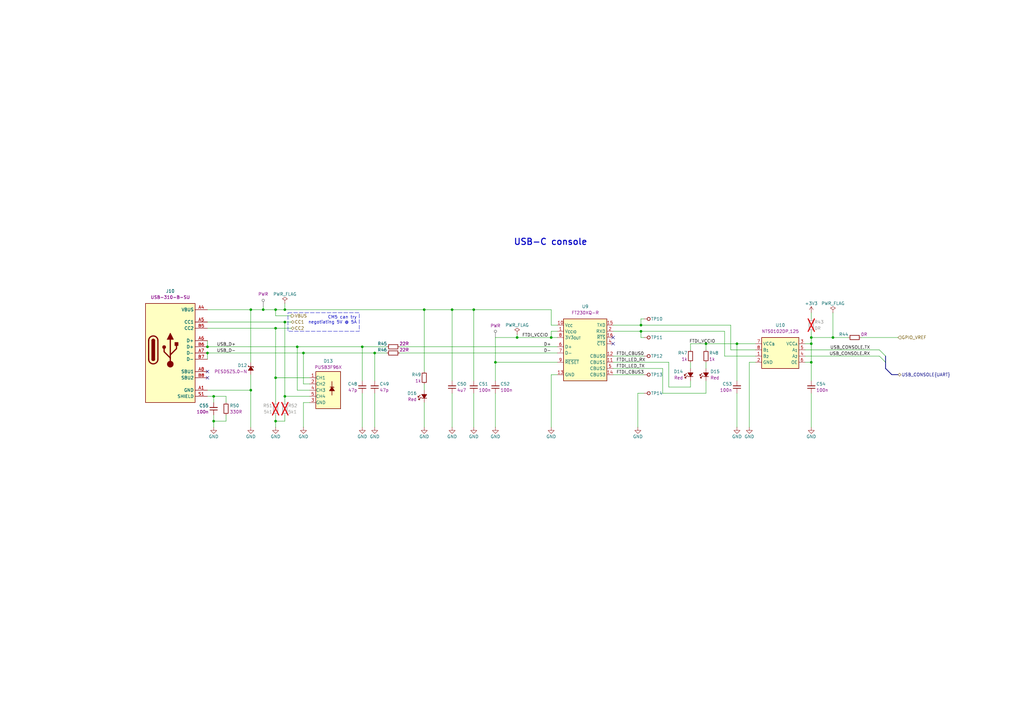
<source format=kicad_sch>
(kicad_sch (version 20250114) (generator "eeschema") (generator_version "9.0")
  (paper "A3")
  (title_block (title "ModuCard CM5 module") (date "2025-07-05") (rev "1.0.0") (company "KoNaR") (comment 1 "Project author: Dominik Pluta"))
  (lib_symbols
    (symbol "C-100n-0402_1" (pin_numbers (hide yes)) (pin_names (hide yes))
      (property "Reference" "C" (at 12.7 0 0))
      (property "Val" "100n" (at 12.7 -20.32 0))
      (symbol "C-100n-0402_1_0_1"
        (polyline (pts (xy 2.032 -1.524) (xy 2.032 1.524)) (stroke (width 0.3048)))
        (polyline (pts (xy 3.048 -1.524) (xy 3.048 1.524)) (stroke (width 0.3302)))
      )
      (symbol "C-100n-0402_1_1_1"
        (pin passive line (at 0 0 0) (length 2.032) (name "~") (number "1"))
        (pin passive line (at 5.08 0 180) (length 2.032) (name "~") (number "2"))
      )
    )
    (symbol "DW-ICs:FT230XQ-R"
      (property "Reference" "U" (at 35.56 0 0))
      (property "MPN" "FT230XQ-R" (at 35.56 -15.24 0))
      (symbol "FT230XQ-R_1_1"
        (rectangle (start 2.54 2.54) (end 20.32 -22.86) (stroke (width 0.254)) (fill (type background)))
        (pin power_in line (at 0 0 0) (length 2.54) (name "V_{CC}") (number "10"))
        (pin power_in line (at 0 -2.54 0) (length 2.54) (name "V_{CCIO}") (number "1"))
        (pin passive line (at 0 -5.08 0) (length 2.54) (name "3V3_{OUT}") (number "8"))
        (pin input line (at 0 -8.89 0) (length 2.54) (name "D+") (number "6"))
        (pin input line (at 0 -11.43 0) (length 2.54) (name "D-") (number "7"))
        (pin input line (at 0 -15.24 0) (length 2.54) (name "~{RESET}") (number "9"))
        (pin power_in line (at 0 -20.32 0) (length 2.54) (name "GND") (number "13"))
        (pin passive line (at 0 -20.32 0) (length 2.54) (hide yes) (name "GND") (number "17"))
        (pin passive line (at 0 -20.32 0) (length 2.54) (hide yes) (name "GND") (number "3"))
        (pin output line (at 22.86 0 180) (length 2.54) (name "TXD") (number "15"))
        (pin input line (at 22.86 -2.54 180) (length 2.54) (name "RXD") (number "2"))
        (pin output line (at 22.86 -5.08 180) (length 2.54) (name "~{RTS}") (number "16"))
        (pin input line (at 22.86 -7.62 180) (length 2.54) (name "~{CTS}") (number "4"))
        (pin bidirectional line (at 22.86 -12.7 180) (length 2.54) (name "CBUS0") (number "12"))
        (pin bidirectional line (at 22.86 -15.24 180) (length 2.54) (name "CBUS1") (number "11"))
        (pin bidirectional line (at 22.86 -17.78 180) (length 2.54) (name "CBUS2") (number "5"))
        (pin bidirectional line (at 22.86 -20.32 180) (length 2.54) (name "CBUS3") (number "14"))
      )
    )
    (symbol "DW-ICs:NTS0102DP"
      (property "Reference" "U" (at 31.75 0 0))
      (property "MPN" "NTS0102DP,125" (at 31.75 -15.24 0))
      (symbol "NTS0102DP_1_1"
        (rectangle (start 2.54 2.54) (end 17.78 -10.16) (stroke (width 0.254)) (fill (type background)))
        (pin power_in line (at 0 0 0) (length 2.54) (name "VCC_{A}") (number "3"))
        (pin bidirectional line (at 0 -2.54 0) (length 2.54) (name "A_{1}") (number "5"))
        (pin bidirectional line (at 0 -5.08 0) (length 2.54) (name "A_{2}") (number "4"))
        (pin input line (at 0 -7.62 0) (length 2.54) (name "OE") (number "6"))
        (pin power_in line (at 20.32 0 180) (length 2.54) (name "VCC_{B}") (number "7"))
        (pin bidirectional line (at 20.32 -2.54 180) (length 2.54) (name "B_{1}") (number "8"))
        (pin bidirectional line (at 20.32 -5.08 180) (length 2.54) (name "B_{2}") (number "1"))
        (pin power_in line (at 20.32 -7.62 180) (length 2.54) (name "GND") (number "2"))
      )
    )
    (symbol "DW-TVS:PESD5Z5" (pin_numbers (hide yes)) (pin_names (offset 0.002) (hide yes))
      (property "Reference" "D" (at 12.7 0 0))
      (property "MPN" "PESD5Z5.0-N" (at 12.7 -15.24 0))
      (symbol "PESD5Z5_0_1"
        (polyline (pts (xy 1.905 0) (xy 0.635 0)))
        (polyline (pts (xy 4.445 0) (xy 3.175 0)))
      )
      (symbol "PESD5Z5_1_1"
        (polyline (pts (xy 1.778 1.016) (xy 1.397 1.016)) (stroke (width 0.254)))
        (polyline (pts (xy 1.778 1.016) (xy 1.778 -1.016)) (stroke (width 0.254)))
        (polyline (pts (xy 2.159 -1.016) (xy 1.778 -1.016)) (stroke (width 0.254)))
        (polyline (pts (xy 3.302 1.016) (xy 3.302 -1.016) (xy 1.778 0) (xy 3.302 1.016)) (stroke (width 0.254)) (fill (type outline)))
        (pin passive line (at 0 0 0) (length 0.635) (name "C") (number "1"))
        (pin passive line (at 5.08 0 180) (length 0.635) (name "A") (number "2"))
      )
    )
    (symbol "DW-TVS:PUSB3F96X" (pin_names (offset 0.002))
      (property "Reference" "D" (at 15.24 0 0))
      (property "MPN" "PUSB3F96X" (at 15.24 -15.24 0))
      (symbol "PUSB3F96X_1_1"
        (rectangle (start 2.54 -12.7) (end 12.7 2.54) (stroke (width 0.254)) (fill (type background)))
        (polyline (pts (xy 8.382 -3.81) (xy 9.906 -3.81) (xy 9.906 -4.064)) (stroke (width 0.254)))
        (polyline (pts (xy 9.144 -1.524) (xy 9.144 -7.112)) (stroke (width 0.254)))
        (polyline (pts (xy 10.16 -5.334) (xy 9.144 -3.81) (xy 8.128 -5.334) (xy 10.16 -5.334)) (stroke (width 0.254)) (fill (type outline)))
        (pin passive line (at 0 0 0) (length 2.54) (name "CH1") (number "1"))
        (pin passive line (at 0 0 0) (length 2.54) (hide yes) (name "CH1") (number "10"))
        (pin passive line (at 0 -2.54 0) (length 2.54) (name "CH2") (number "2"))
        (pin passive line (at 0 -2.54 0) (length 2.54) (hide yes) (name "CH2") (number "9"))
        (pin passive line (at 0 -5.08 0) (length 2.54) (name "CH3") (number "4"))
        (pin passive line (at 0 -5.08 0) (length 2.54) (hide yes) (name "CH3") (number "7"))
        (pin passive line (at 0 -7.62 0) (length 2.54) (name "CH4") (number "5"))
        (pin passive line (at 0 -7.62 0) (length 2.54) (hide yes) (name "CH4") (number "6"))
        (pin passive line (at 0 -10.16 0) (length 2.54) (name "GND") (number "3"))
        (pin passive line (at 0 -10.16 0) (length 2.54) (hide yes) (name "GND") (number "8"))
      )
    )
    (symbol "DW-capacitors:C-47p-0402" (pin_numbers (hide yes)) (pin_names (hide yes))
      (property "Reference" "C" (at 12.7 0 0))
      (property "Val" "47p" (at 12.7 -20.32 0))
      (symbol "C-47p-0402_0_1"
        (polyline (pts (xy 2.032 -1.524) (xy 2.032 1.524)) (stroke (width 0.3048)))
        (polyline (pts (xy 3.048 -1.524) (xy 3.048 1.524)) (stroke (width 0.3302)))
      )
      (symbol "C-47p-0402_1_1"
        (pin passive line (at 0 0 0) (length 2.032) (name "~") (number "1"))
        (pin passive line (at 5.08 0 180) (length 2.032) (name "~") (number "2"))
      )
    )
    (symbol "DW-capacitors:C-4u7-0402" (pin_numbers (hide yes)) (pin_names (hide yes))
      (property "Reference" "C" (at 12.7 0 0))
      (property "Val" "4u7" (at 12.7 -20.32 0))
      (symbol "C-4u7-0402_0_1"
        (polyline (pts (xy 2.032 -1.524) (xy 2.032 1.524)) (stroke (width 0.3048)))
        (polyline (pts (xy 3.048 -1.524) (xy 3.048 1.524)) (stroke (width 0.3302)))
      )
      (symbol "C-4u7-0402_1_1"
        (pin passive line (at 0 0 0) (length 2.032) (name "~") (number "1"))
        (pin passive line (at 5.08 0 180) (length 2.032) (name "~") (number "2"))
      )
    )
    (symbol "DW-connectors:USB-C_USB-310-B-SU"
      (property "Reference" "J" (at 27.94 0 0))
      (property "MPN" "USB-310-B-SU" (at 27.94 -15.24 0))
      (symbol "USB-C_USB-310-B-SU_0_1"
        (rectangle (start 13.335 -14.732) (end 12.065 -13.462) (stroke (width 0.254)) (fill (type outline)))
        (polyline (pts (xy 15.24 -18.542) (xy 12.7 -16.002) (xy 12.7 -14.732)) (stroke (width 0.508)))
        (polyline (pts (xy 15.24 -19.812) (xy 17.78 -17.272) (xy 17.78 -16.002)) (stroke (width 0.508)))
        (polyline (pts (xy 15.24 -22.352) (xy 15.24 -12.192)) (stroke (width 0.508)))
        (circle (center 15.24 -22.352) (radius 1.27) (fill (type outline)))
        (polyline (pts (xy 16.51 -12.192) (xy 15.24 -9.652) (xy 13.97 -12.192) (xy 16.51 -12.192)) (stroke (width 0.254)) (fill (type outline)))
        (circle (center 17.78 -15.367) (radius 0.635) (stroke (width 0.254)) (fill (type outline)))
        (polyline (pts (xy 20.32 -12.7) (xy 20.32 -20.32)) (stroke (width 0.508)))
        (arc (start 21.59 -12.7) (mid 22.225 -12.0677) (end 22.86 -12.7) (stroke (width 0.254)))
        (arc (start 21.59 -12.7) (mid 22.225 -12.0677) (end 22.86 -12.7) (stroke (width 0.254)) (fill (type outline)))
        (arc (start 20.32 -12.7) (mid 22.225 -10.8033) (end 24.13 -12.7) (stroke (width 0.508)))
        (arc (start 24.13 -20.32) (mid 22.225 -22.2167) (end 20.32 -20.32) (stroke (width 0.508)))
        (arc (start 22.86 -20.32) (mid 22.225 -20.9523) (end 21.59 -20.32) (stroke (width 0.254)))
        (arc (start 22.86 -20.32) (mid 22.225 -20.9523) (end 21.59 -20.32) (stroke (width 0.254)) (fill (type outline)))
        (rectangle (start 22.86 -20.32) (end 21.59 -12.7) (stroke (width 0.254)) (fill (type outline)))
        (polyline (pts (xy 24.13 -20.32) (xy 24.13 -12.7)) (stroke (width 0.508)))
        (rectangle (start 25.4 2.54) (end 5.08 -38.1) (stroke (width 0.254)) (fill (type background)))
      )
      (symbol "USB-C_USB-310-B-SU_1_1"
        (pin passive line (at 0 0 0) (length 5.08) (name "VBUS") (number "A4"))
        (pin passive line (at 0 0 0) (length 5.08) (hide yes) (name "VBUS") (number "A9"))
        (pin passive line (at 0 0 0) (length 5.08) (hide yes) (name "VBUS") (number "B4"))
        (pin passive line (at 0 0 0) (length 5.08) (hide yes) (name "VBUS") (number "B9"))
        (pin bidirectional line (at 0 -5.08 0) (length 5.08) (name "CC1") (number "A5"))
        (pin bidirectional line (at 0 -7.62 0) (length 5.08) (name "CC2") (number "B5"))
        (pin bidirectional line (at 0 -12.7 0) (length 5.08) (name "D+") (number "A6"))
        (pin bidirectional line (at 0 -15.24 0) (length 5.08) (name "D+") (number "B6"))
        (pin bidirectional line (at 0 -17.78 0) (length 5.08) (name "D-") (number "A7"))
        (pin bidirectional line (at 0 -20.32 0) (length 5.08) (name "D-") (number "B7"))
        (pin bidirectional line (at 0 -25.4 0) (length 5.08) (name "SBU1") (number "A8"))
        (pin bidirectional line (at 0 -27.94 0) (length 5.08) (name "SBU2") (number "B8"))
        (pin power_in line (at 0 -33.02 0) (length 5.08) (name "GND") (number "A1"))
        (pin passive line (at 0 -33.02 0) (length 5.08) (hide yes) (name "GND") (number "A12"))
        (pin passive line (at 0 -33.02 0) (length 5.08) (hide yes) (name "GND") (number "B1"))
        (pin passive line (at 0 -33.02 0) (length 5.08) (hide yes) (name "GND") (number "B12"))
        (pin passive line (at 0 -35.56 0) (length 5.08) (name "SHIELD") (number "S1"))
      )
    )
    (symbol "DW-diodes:LED-R-0603_KT-0603R" (pin_numbers (hide yes)) (pin_names (hide yes))
      (property "Reference" "D" (at 12.7 0 0))
      (property "Color" "Red" (at 12.7 -20.32 0))
      (symbol "LED-R-0603_KT-0603R_0_1"
        (polyline (pts (xy 1.905 0) (xy 0.635 0)))
        (polyline (pts (xy 4.445 0) (xy 3.175 0)))
      )
      (symbol "LED-R-0603_KT-0603R_1_1"
        (polyline (pts (xy 1.143 2.286) (xy 1.143 1.778) (xy 1.143 2.286) (xy 1.651 2.286) (xy 1.143 2.286) (xy 2.159 1.27)) (stroke (width 0.254)))
        (polyline (pts (xy 1.778 1.016) (xy 1.778 -1.016)) (stroke (width 0.254)))
        (polyline (pts (xy 2.159 2.54) (xy 2.159 2.032) (xy 2.159 2.54) (xy 2.667 2.54) (xy 2.159 2.54) (xy 3.048 1.651)) (stroke (width 0.254)))
        (polyline (pts (xy 3.302 1.016) (xy 3.302 -1.016) (xy 1.778 0) (xy 3.302 1.016)) (stroke (width 0.254)) (fill (type outline)))
        (pin passive line (at 0 0 0) (length 0.635) (name "C") (number "1"))
        (pin passive line (at 5.08 0 180) (length 0.635) (name "A") (number "2"))
      )
    )
    (symbol "DW-power-symbols:+3V3" (power) (pin_numbers (hide yes)) (pin_names (offset 0) (hide yes))
      (property "Value" "+3V3" (at 0 3.556 0))
      (symbol "+3V3_0_1"
        (polyline (pts (xy -0.762 1.27) (xy 0 2.54)))
        (polyline (pts (xy 0 2.54) (xy 0.762 1.27)))
        (polyline (pts (xy 0 0) (xy 0 2.54)))
      )
      (symbol "+3V3_1_1"
        (pin power_in line (at 0 0 90) (length 0) (name "~") (number "1"))
      )
    )
    (symbol "DW-power-symbols:GND" (power) (pin_numbers (hide yes)) (pin_names (offset 0) (hide yes))
      (property "Value" "GND" (at 0 -3.81 0))
      (symbol "GND_0_1"
        (polyline (pts (xy 0 0) (xy 0 -1.27) (xy 1.27 -1.27) (xy 0 -2.54) (xy -1.27 -1.27) (xy 0 -1.27)))
      )
      (symbol "GND_1_1"
        (pin power_in line (at 0 0 270) (length 0) (name "~") (number "1"))
      )
    )
    (symbol "DW-power-symbols:PWR_FLAG" (power) (pin_numbers (hide yes)) (pin_names (offset 0) (hide yes))
      (property "Value" "PWR_FLAG" (at 0 3.81 0))
      (symbol "PWR_FLAG_0_0"
        (pin power_out line (at 0 0 90) (length 0) (name "~") (number "1"))
      )
      (symbol "PWR_FLAG_0_1"
        (polyline (pts (xy 0 0) (xy 0 1.27) (xy -1.016 1.905) (xy 0 2.54) (xy 1.016 1.905) (xy 0 1.27)))
      )
    )
    (symbol "DW-resistors:R-0R-0402" (pin_numbers (hide yes)) (pin_names (offset 0) (hide yes))
      (property "Reference" "R" (at 12.7 0 0))
      (property "Val" "0R" (at 12.7 -20.32 0))
      (symbol "R-0R-0402_0_1"
        (rectangle (start 0.635 0.889) (end 4.445 -0.889) (stroke (width 0.254)))
      )
      (symbol "R-0R-0402_1_1"
        (pin passive line (at 0 0 0) (length 0.635) (name "~") (number "1"))
        (pin passive line (at 5.08 0 180) (length 0.635) (name "~") (number "2"))
      )
    )
    (symbol "DW-resistors:R-1k-0402" (pin_numbers (hide yes)) (pin_names (offset 0) (hide yes))
      (property "Reference" "R" (at 12.7 0 0))
      (property "Val" "1k" (at 12.7 -20.32 0))
      (symbol "R-1k-0402_0_1"
        (rectangle (start 0.635 0.889) (end 4.445 -0.889) (stroke (width 0.254)))
      )
      (symbol "R-1k-0402_1_1"
        (pin passive line (at 0 0 0) (length 0.635) (name "~") (number "1"))
        (pin passive line (at 5.08 0 180) (length 0.635) (name "~") (number "2"))
      )
    )
    (symbol "DW-resistors:R-22R-0402" (pin_numbers (hide yes)) (pin_names (offset 0) (hide yes))
      (property "Reference" "R" (at 12.7 0 0))
      (property "Val" "22R" (at 12.7 -20.32 0))
      (symbol "R-22R-0402_0_1"
        (rectangle (start 0.635 0.889) (end 4.445 -0.889) (stroke (width 0.254)))
      )
      (symbol "R-22R-0402_1_1"
        (pin passive line (at 0 0 0) (length 0.635) (name "~") (number "1"))
        (pin passive line (at 5.08 0 180) (length 0.635) (name "~") (number "2"))
      )
    )
    (symbol "DW-resistors:R-330r-0402" (pin_numbers (hide yes)) (pin_names (offset 0) (hide yes))
      (property "Reference" "R" (at 12.7 0 0))
      (property "Val" "330R" (at 12.7 -20.32 0))
      (symbol "R-330r-0402_0_1"
        (rectangle (start 0.635 0.889) (end 4.445 -0.889) (stroke (width 0.254)))
      )
      (symbol "R-330r-0402_1_1"
        (pin passive line (at 0 0 0) (length 0.635) (name "~") (number "1"))
        (pin passive line (at 5.08 0 180) (length 0.635) (name "~") (number "2"))
      )
    )
    (symbol "DW-resistors:R-5k1-0402" (pin_numbers (hide yes)) (pin_names (offset 0) (hide yes))
      (property "Reference" "R" (at 12.7 0 0))
      (property "Val" "5k1" (at 12.7 -20.32 0))
      (symbol "R-5k1-0402_0_1"
        (rectangle (start 0.635 0.889) (end 4.445 -0.889) (stroke (width 0.254)))
      )
      (symbol "R-5k1-0402_1_1"
        (pin passive line (at 0 0 0) (length 0.635) (name "~") (number "1"))
        (pin passive line (at 5.08 0 180) (length 0.635) (name "~") (number "2"))
      )
    )
    (symbol "DW-test-points:TP_SMD_0.75mm" (pin_numbers (hide yes)) (pin_names (hide yes)) (in_bom no)
      (property "Reference" "TP" (at 3.81 0 0))
      (symbol "TP_SMD_0.75mm_1_1"
        (circle (center 1.905 0) (radius 0.635) (stroke (width 0.254)))
        (pin passive line (at 0 0 0) (length 1.27) (name "1") (number "1"))
      )
    )
  )
  (bus_alias "UART" (members "TX" "RX"))
  (bus_alias "USB" (members "D+" "D-"))
  (text "USB-C console" (at 225.806 100.838 0) (effects (font (size 2.54 2.54) (thickness 0.4) (bold yes)) (justify bottom)))
  (text_box "CM5 can try\nnegotiating 5V @ 5A" (at 118.11 128.27 0) (size 29.21 7.62) (margins 0.9525 0.9525 0.9525 0.9525) (stroke (width 0) (type dash)) (effects (font (size 1.27 1.27)) (justify right top)))
  (junction (at 121.92 142.24))
  (junction (at 341.63 138.43))
  (junction (at 262.89 133.35))
  (junction (at 173.99 127))
  (junction (at 113.03 154.94))
  (junction (at 194.31 127))
  (junction (at 212.09 138.43))
  (junction (at 113.03 127))
  (junction (at 153.67 144.78))
  (junction (at 116.84 162.56))
  (junction (at 332.74 140.97))
  (junction (at 226.06 138.43))
  (junction (at 332.74 148.59))
  (junction (at 85.09 142.24))
  (junction (at 87.63 162.56))
  (junction (at 85.09 144.78))
  (junction (at 302.26 140.97))
  (junction (at 107.95 127))
  (junction (at 148.59 142.24))
  (junction (at 102.87 127))
  (junction (at 262.89 135.89))
  (junction (at 185.42 127))
  (junction (at 289.56 140.97))
  (junction (at 116.84 132.08))
  (junction (at 116.84 127))
  (junction (at 124.46 144.78))
  (junction (at 113.03 134.62))
  (junction (at 203.2 148.59))
  (junction (at 113.03 172.72))
  (junction (at 87.63 172.72))
  (junction (at 332.74 138.43))
  (junction (at 102.87 160.02))
  (no_connect (at 251.46 138.43))
  (no_connect (at 85.09 154.94))
  (no_connect (at 85.09 152.4))
  (no_connect (at 251.46 140.97))
  (bus_entry (at 360.68 146.05) (size 2.54 2.54))
  (bus_entry (at 360.68 143.51) (size 2.54 2.54))
  (wire (pts (xy 226.06 138.43) (xy 228.6 138.43)))
  (wire (pts (xy 113.03 172.72) (xy 113.03 175.26)))
  (wire (pts (xy 116.84 124.46) (xy 116.84 127)))
  (wire (pts (xy 116.84 162.56) (xy 127 162.56)))
  (wire (pts (xy 124.46 144.78) (xy 153.67 144.78)))
  (wire (pts (xy 203.2 148.59) (xy 228.6 148.59)))
  (wire (pts (xy 113.03 134.62) (xy 85.09 134.62)))
  (wire (pts (xy 302.26 140.97) (xy 309.88 140.97)))
  (wire (pts (xy 148.59 142.24) (xy 148.59 156.21)))
  (wire (pts (xy 299.72 143.51) (xy 309.88 143.51)))
  (wire (pts (xy 107.95 125.73) (xy 107.95 127)))
  (wire (pts (xy 261.62 161.29) (xy 264.16 161.29)))
  (wire (pts (xy 87.63 172.72) (xy 87.63 175.26)))
  (wire (pts (xy 87.63 162.56) (xy 92.71 162.56)))
  (wire (pts (xy 302.26 175.26) (xy 302.26 161.29)))
  (wire (pts (xy 148.59 175.26) (xy 148.59 161.29)))
  (wire (pts (xy 113.03 172.72) (xy 116.84 172.72)))
  (wire (pts (xy 330.2 140.97) (xy 332.74 140.97)))
  (wire (pts (xy 262.89 133.35) (xy 299.72 133.35)))
  (wire (pts (xy 87.63 162.56) (xy 87.63 165.1)))
  (wire (pts (xy 102.87 160.02) (xy 102.87 175.26)))
  (wire (pts (xy 262.89 130.81) (xy 262.89 133.35)))
  (wire (pts (xy 173.99 127) (xy 173.99 152.4)))
  (wire (pts (xy 289.56 156.21) (xy 289.56 161.29)))
  (wire (pts (xy 153.67 144.78) (xy 158.75 144.78)))
  (wire (pts (xy 119.38 129.54) (xy 113.03 129.54)))
  (bus (pts (xy 363.22 148.59) (xy 363.22 151.13)))
  (wire (pts (xy 102.87 148.59) (xy 102.87 127)))
  (wire (pts (xy 307.34 148.59) (xy 307.34 175.26)))
  (wire (pts (xy 194.31 127) (xy 226.06 127)))
  (wire (pts (xy 226.06 133.35) (xy 228.6 133.35)))
  (wire (pts (xy 85.09 139.7) (xy 85.09 142.24)))
  (wire (pts (xy 153.67 144.78) (xy 153.67 156.21)))
  (wire (pts (xy 121.92 160.02) (xy 127 160.02)))
  (wire (pts (xy 297.18 146.05) (xy 309.88 146.05)))
  (wire (pts (xy 124.46 165.1) (xy 127 165.1)))
  (wire (pts (xy 124.46 144.78) (xy 124.46 157.48)))
  (wire (pts (xy 85.09 144.78) (xy 85.09 147.32)))
  (wire (pts (xy 203.2 138.43) (xy 212.09 138.43)))
  (bus (pts (xy 363.22 146.05) (xy 363.22 148.59)))
  (wire (pts (xy 116.84 132.08) (xy 116.84 162.56)))
  (bus (pts (xy 365.76 153.67) (xy 363.22 151.13)))
  (wire (pts (xy 264.16 130.81) (xy 262.89 130.81)))
  (wire (pts (xy 271.78 161.29) (xy 289.56 161.29)))
  (wire (pts (xy 332.74 148.59) (xy 332.74 156.21)))
  (wire (pts (xy 116.84 132.08) (xy 119.38 132.08)))
  (wire (pts (xy 203.2 148.59) (xy 203.2 138.43)))
  (wire (pts (xy 332.74 128.27) (xy 332.74 130.81)))
  (wire (pts (xy 353.06 138.43) (xy 368.3 138.43)))
  (wire (pts (xy 127 154.94) (xy 113.03 154.94)))
  (wire (pts (xy 332.74 140.97) (xy 332.74 148.59)))
  (wire (pts (xy 203.2 175.26) (xy 203.2 161.29)))
  (wire (pts (xy 332.74 175.26) (xy 332.74 161.29)))
  (wire (pts (xy 173.99 165.1) (xy 173.99 175.26)))
  (wire (pts (xy 124.46 165.1) (xy 124.46 175.26)))
  (wire (pts (xy 289.56 140.97) (xy 289.56 143.51)))
  (wire (pts (xy 92.71 162.56) (xy 92.71 165.1)))
  (wire (pts (xy 92.71 170.18) (xy 92.71 172.72)))
  (wire (pts (xy 85.09 162.56) (xy 87.63 162.56)))
  (wire (pts (xy 251.46 135.89) (xy 262.89 135.89)))
  (wire (pts (xy 87.63 170.18) (xy 87.63 172.72)))
  (wire (pts (xy 173.99 157.48) (xy 173.99 160.02)))
  (wire (pts (xy 85.09 132.08) (xy 116.84 132.08)))
  (wire (pts (xy 113.03 134.62) (xy 113.03 154.94)))
  (wire (pts (xy 274.32 158.75) (xy 274.32 148.59)))
  (wire (pts (xy 299.72 133.35) (xy 299.72 143.51)))
  (wire (pts (xy 102.87 153.67) (xy 102.87 160.02)))
  (wire (pts (xy 116.84 170.18) (xy 116.84 172.72)))
  (wire (pts (xy 127 157.48) (xy 124.46 157.48)))
  (wire (pts (xy 251.46 133.35) (xy 262.89 133.35)))
  (wire (pts (xy 271.78 151.13) (xy 271.78 161.29)))
  (wire (pts (xy 289.56 148.59) (xy 289.56 151.13)))
  (wire (pts (xy 113.03 127) (xy 113.03 129.54)))
  (wire (pts (xy 116.84 162.56) (xy 116.84 165.1)))
  (wire (pts (xy 262.89 135.89) (xy 297.18 135.89)))
  (wire (pts (xy 113.03 127) (xy 116.84 127)))
  (wire (pts (xy 332.74 138.43) (xy 341.63 138.43)))
  (wire (pts (xy 283.21 148.59) (xy 283.21 151.13)))
  (wire (pts (xy 212.09 138.43) (xy 212.09 137.16)))
  (wire (pts (xy 107.95 127) (xy 113.03 127)))
  (wire (pts (xy 185.42 175.26) (xy 185.42 161.29)))
  (wire (pts (xy 113.03 154.94) (xy 113.03 165.1)))
  (wire (pts (xy 226.06 175.26) (xy 226.06 153.67)))
  (wire (pts (xy 163.83 142.24) (xy 228.6 142.24)))
  (wire (pts (xy 113.03 170.18) (xy 113.03 172.72)))
  (wire (pts (xy 341.63 138.43) (xy 347.98 138.43)))
  (wire (pts (xy 264.16 138.43) (xy 262.89 138.43)))
  (wire (pts (xy 173.99 127) (xy 185.42 127)))
  (wire (pts (xy 261.62 161.29) (xy 261.62 175.26)))
  (wire (pts (xy 341.63 128.27) (xy 341.63 138.43)))
  (wire (pts (xy 251.46 146.05) (xy 264.16 146.05)))
  (wire (pts (xy 302.26 140.97) (xy 302.26 156.21)))
  (wire (pts (xy 262.89 135.89) (xy 262.89 138.43)))
  (wire (pts (xy 163.83 144.78) (xy 228.6 144.78)))
  (wire (pts (xy 297.18 135.89) (xy 297.18 146.05)))
  (wire (pts (xy 226.06 138.43) (xy 226.06 135.89)))
  (wire (pts (xy 251.46 148.59) (xy 274.32 148.59)))
  (wire (pts (xy 185.42 127) (xy 185.42 156.21)))
  (wire (pts (xy 332.74 138.43) (xy 332.74 140.97)))
  (wire (pts (xy 226.06 153.67) (xy 228.6 153.67)))
  (wire (pts (xy 148.59 142.24) (xy 158.75 142.24)))
  (wire (pts (xy 113.03 134.62) (xy 119.38 134.62)))
  (wire (pts (xy 194.31 127) (xy 194.31 156.21)))
  (wire (pts (xy 330.2 148.59) (xy 332.74 148.59)))
  (wire (pts (xy 85.09 160.02) (xy 102.87 160.02)))
  (wire (pts (xy 85.09 144.78) (xy 124.46 144.78)))
  (wire (pts (xy 251.46 153.67) (xy 264.16 153.67)))
  (bus (pts (xy 365.76 153.67) (xy 368.3 153.67)))
  (wire (pts (xy 283.21 140.97) (xy 289.56 140.97)))
  (wire (pts (xy 283.21 140.97) (xy 283.21 143.51)))
  (wire (pts (xy 85.09 142.24) (xy 121.92 142.24)))
  (wire (pts (xy 283.21 158.75) (xy 274.32 158.75)))
  (wire (pts (xy 289.56 140.97) (xy 302.26 140.97)))
  (wire (pts (xy 121.92 142.24) (xy 121.92 160.02)))
  (wire (pts (xy 330.2 143.51) (xy 360.68 143.51)))
  (wire (pts (xy 283.21 156.21) (xy 283.21 158.75)))
  (wire (pts (xy 153.67 175.26) (xy 153.67 161.29)))
  (wire (pts (xy 228.6 135.89) (xy 226.06 135.89)))
  (wire (pts (xy 92.71 172.72) (xy 87.63 172.72)))
  (wire (pts (xy 307.34 148.59) (xy 309.88 148.59)))
  (wire (pts (xy 332.74 135.89) (xy 332.74 138.43)))
  (wire (pts (xy 121.92 142.24) (xy 148.59 142.24)))
  (wire (pts (xy 116.84 127) (xy 173.99 127)))
  (wire (pts (xy 251.46 151.13) (xy 271.78 151.13)))
  (wire (pts (xy 330.2 146.05) (xy 360.68 146.05)))
  (wire (pts (xy 102.87 127) (xy 107.95 127)))
  (wire (pts (xy 185.42 127) (xy 194.31 127)))
  (wire (pts (xy 226.06 133.35) (xy 226.06 127)))
  (wire (pts (xy 85.09 127) (xy 102.87 127)))
  (wire (pts (xy 194.31 175.26) (xy 194.31 161.29)))
  (wire (pts (xy 203.2 148.59) (xy 203.2 156.21)))
  (wire (pts (xy 212.09 138.43) (xy 226.06 138.43)))
  (label "FTDI_LED_RX" (at 252.73 148.59 0))
  (label "USB_D+" (at 88.9 142.24 0))
  (label "FTDI_LED_TX" (at 252.73 151.13 0))
  (label "FTDI_VCCIO" (at 293.37 140.97 180))
  (label "D-" (at 226.06 144.78 180))
  (label "FTDI_CBUS0" (at 252.73 146.05 0))
  (label "USB_CONSOLE.TX" (at 356.87 143.51 180))
  (label "USB_D-" (at 88.9 144.78 0))
  (label "FTDI_VCCIO" (at 224.79 138.43 180))
  (label "USB_CONSOLE.RX" (at 356.87 146.05 180))
  (label "FTDI_CBUS3" (at 252.73 153.67 0))
  (label "D+" (at 226.06 142.24 180))
  (hierarchical_label "USB_CONSOLE{UART}" (shape bidirectional) (at 368.3 153.67 0))
  (hierarchical_label "VBUS" (shape output) (at 119.38 129.54 0))
  (hierarchical_label "GPIO_VREF" (shape input) (at 368.3 138.43 0))
  (hierarchical_label "CC2" (shape bidirectional) (at 119.38 134.62 0))
  (hierarchical_label "CC1" (shape bidirectional) (at 119.38 132.08 0))
  (netclass_flag "" (length 2.54) (shape round) (at 107.95 125.73 0) (property "Netclass" "PWR" (at 107.95 120.65 0)))
  (netclass_flag "" (length 2.54) (shape round) (at 203.2 138.43 0) (property "Netclass" "PWR" (at 203.2 133.604 0)))
  (symbol (lib_id "DW-capacitors:C-4u7-0402") (at 185.42 161.29 90) (unit 1)
    (property "Reference" "C50" (at 187.452 157.48 90) (effects (justify right)))
    (property "Value" "C-4u7-0402" (effects (hide yes)))
    (property "Footprint" "DW-footprints:C_0402_1005Metric" (effects (hide yes)))
    (property "Datasheet" "https://lcsc.com/datasheet/lcsc_datasheet_2304140030_Samsung-Electro-Mechanics-CL05A475MP5NRNC_C23733.pdf" (effects (hide yes)))
    (property "Description" "10V 4.7uF X5R ±20% 0402 Multilayer Ceramic Capacitors MLCC - SMD/SMT ROHS" (effects (hide yes)))
    (property "Manufacturer" "Samsung Electro-Mechanics" (effects (hide yes)))
    (property "MPN" "CL05A475MP5NRNC" (effects (hide yes)))
    (property "LCSC" "C23733" (effects (hide yes)))
    (property "Val" "4u7" (at 187.452 160.02 90) (effects (justify right)))
    (property "Tolerance" "20%" (effects (hide yes)))
    (property "Voltage" "10V" (effects (hide yes)))
    (property "Dielectric" "X5R" (effects (hide yes)))
  )
  (symbol (lib_id "DW-test-points:TP_SMD_0.75mm") (at 264.16 161.29 0) (unit 1) (in_bom no)
    (property "Reference" "TP14" (at 266.954 161.29 0) (effects (justify left)))
    (property "Value" "TP_SMD_0.75mm" (effects (hide yes)))
    (property "Footprint" "DW-footprints:TP_SMD_0.75mm" (effects (hide yes)))
    (property "Description" "Test point, SMD, round, 0.75mm diameter" (effects (hide yes)))
  )
  (symbol (lib_id "DW-resistors:R-1k-0402") (at 173.99 157.48 90) (unit 1)
    (property "Reference" "R49" (at 172.72 153.67 90) (effects (justify left)))
    (property "Value" "R-1k-0402" (effects (hide yes)))
    (property "Footprint" "DW-footprints:R_0402_1005Metric" (effects (hide yes)))
    (property "Datasheet" "https://lcsc.com/datasheet/lcsc_datasheet_2411221126_UNI-ROYAL-Uniroyal-Elec-0402WGF1001TCE_C11702.pdf" (effects (hide yes)))
    (property "Description" "62.5mW Thick Film Resistor 50V ±100ppm/℃ ±1% 1kΩ 0402 Chip Resistor - Surface Mount ROHS" (effects (hide yes)))
    (property "Manufacturer" "UNI-ROYAL(Uniroyal Elec)" (effects (hide yes)))
    (property "MPN" "0402WGF1001TCE" (effects (hide yes)))
    (property "LCSC" "C11702" (effects (hide yes)))
    (property "Val" "1k" (at 172.72 156.21 90) (effects (justify left)))
    (property "Tolerance" "1%" (effects (hide yes)))
  )
  (symbol (lib_id "DW-power-symbols:PWR_FLAG") (at 212.09 137.16 0) (unit 1)
    (property "Reference" "#FLG011" (effects (hide yes)))
    (property "Value" "PWR_FLAG" (at 212.09 133.35 0))
    (property "Description" "Special symbol for telling ERC where power comes from" (effects (hide yes)))
  )
  (symbol (lib_id "DW-power-symbols:GND") (at 203.2 175.26 0) (mirror y) (unit 1)
    (property "Reference" "#PWR0125" (effects (hide yes)))
    (property "Value" "GND" (at 203.2 179.07 0))
    (property "Description" "Power symbol creates a global label with name \"GND\" , ground" (effects (hide yes)))
  )
  (symbol (lib_id "DW-resistors:R-1k-0402") (at 283.21 148.59 90) (unit 1)
    (property "Reference" "R47" (at 281.94 144.78 90) (effects (justify left)))
    (property "Value" "R-1k-0402" (effects (hide yes)))
    (property "Footprint" "DW-footprints:R_0402_1005Metric" (effects (hide yes)))
    (property "Datasheet" "https://lcsc.com/datasheet/lcsc_datasheet_2411221126_UNI-ROYAL-Uniroyal-Elec-0402WGF1001TCE_C11702.pdf" (effects (hide yes)))
    (property "Description" "62.5mW Thick Film Resistor 50V ±100ppm/℃ ±1% 1kΩ 0402 Chip Resistor - Surface Mount ROHS" (effects (hide yes)))
    (property "Manufacturer" "UNI-ROYAL(Uniroyal Elec)" (effects (hide yes)))
    (property "MPN" "0402WGF1001TCE" (effects (hide yes)))
    (property "LCSC" "C11702" (effects (hide yes)))
    (property "Val" "1k" (at 281.94 147.32 90) (effects (justify left)))
    (property "Tolerance" "1%" (effects (hide yes)))
  )
  (symbol (lib_id "DW-ICs:NTS0102DP") (at 330.2 140.97 0) (mirror y) (unit 1)
    (property "Reference" "U10" (at 320.04 133.35 0))
    (property "Value" "NTS0102DP" (effects (hide yes)))
    (property "Footprint" "DW-footprints:TSSOP-8_3x3mm_P0.65mm" (effects (hide yes)))
    (property "Datasheet" "https://lcsc.com/datasheet/lcsc_datasheet_2411220148_NXP-NTS0102DP-125_C2802636.pdf" (effects (hide yes)))
    (property "Description" "TSSOP-8-3.0mm Translators, Level Shifters, 1.65 V to 3.6 V" (effects (hide yes)))
    (property "Manufacturer" "NXP" (effects (hide yes)))
    (property "MPN" "NTS0102DP,125" (at 320.04 135.89 0))
    (property "LCSC" "C2802636" (effects (hide yes)))
  )
  (symbol (lib_id "DW-diodes:LED-R-0603_KT-0603R") (at 289.56 156.21 90) (unit 1)
    (property "Reference" "D15" (at 291.338 152.4 90) (effects (justify right)))
    (property "Value" "LED-R-0603_KT-0603R" (effects (hide yes)))
    (property "Footprint" "DW-footprints:LED_0603_1608Metric_R" (effects (hide yes)))
    (property "Datasheet" "https://lcsc.com/datasheet/lcsc_datasheet_2507101606_Hubei-KENTO-Elec-KT-0603R_C2286.pdf" (effects (hide yes)))
    (property "Description" "-40℃~+85℃ Red 0603 LED Indication - Discrete ROHS" (effects (hide yes)))
    (property "Manufacturer" "Hubei KENTO Elec" (effects (hide yes)))
    (property "MPN" "KT-0603R" (effects (hide yes)))
    (property "LCSC" "C2286" (effects (hide yes)))
    (property "Color" "Red" (at 291.338 154.94 90) (effects (justify right)))
    (property "Forward voltage" "1.8V-2.4V " (effects (hide yes)))
  )
  (symbol (lib_id "DW-power-symbols:GND") (at 153.67 175.26 0) (mirror y) (unit 1)
    (property "Reference" "#PWR0121" (effects (hide yes)))
    (property "Value" "GND" (at 153.67 179.07 0))
    (property "Description" "Power symbol creates a global label with name \"GND\" , ground" (effects (hide yes)))
  )
  (symbol (lib_id "DW-power-symbols:+3V3") (at 332.74 128.27 0) (unit 1)
    (property "Reference" "#PWR0115" (effects (hide yes)))
    (property "Value" "+3V3" (at 332.74 124.46 0))
    (property "Description" "Power symbol creates a global label with name \"+3V3\"" (effects (hide yes)))
  )
  (symbol (lib_id "DW-test-points:TP_SMD_0.75mm") (at 264.16 153.67 0) (unit 1) (in_bom no)
    (property "Reference" "TP13" (at 266.954 153.67 0) (effects (justify left)))
    (property "Value" "TP_SMD_0.75mm" (effects (hide yes)))
    (property "Footprint" "DW-footprints:TP_SMD_0.75mm" (effects (hide yes)))
    (property "Description" "Test point, SMD, round, 0.75mm diameter" (effects (hide yes)))
  )
  (symbol (lib_id "DW-power-symbols:GND") (at 124.46 175.26 0) (mirror y) (unit 1)
    (property "Reference" "#PWR0119" (effects (hide yes)))
    (property "Value" "GND" (at 124.46 179.07 0))
    (property "Description" "Power symbol creates a global label with name \"GND\" , ground" (effects (hide yes)))
  )
  (symbol (lib_id "DW-resistors:R-22R-0402") (at 158.75 142.24 0) (unit 1)
    (property "Reference" "R45" (at 158.75 140.97 0) (effects (justify right)))
    (property "Value" "R-22R-0402" (effects (hide yes)))
    (property "Footprint" "DW-footprints:R_0402_1005Metric" (effects (hide yes)))
    (property "Datasheet" "https://lcsc.com/datasheet/lcsc_datasheet_2411221126_UNI-ROYAL-0402WGF220JTCE_C25092.pdf" (effects (hide yes)))
    (property "Description" "62.5mW Thick Film Resistor 50V ±1% ±100ppm/℃ 22Ω 0402 Chip Resistor - Surface Mount ROHS" (effects (hide yes)))
    (property "Manufacturer" "UNI-ROYAL(Uniroyal Elec)" (effects (hide yes)))
    (property "MPN" "0402WGF220JTCE" (effects (hide yes)))
    (property "LCSC" "C25092" (effects (hide yes)))
    (property "Val" "22R" (at 163.83 140.97 0) (effects (justify left)))
    (property "Tolerance" "1%" (effects (hide yes)))
  )
  (symbol (lib_id "DW-power-symbols:GND") (at 185.42 175.26 0) (mirror y) (unit 1)
    (property "Reference" "#PWR0123" (effects (hide yes)))
    (property "Value" "GND" (at 185.42 179.07 0))
    (property "Description" "Power symbol creates a global label with name \"GND\" , ground" (effects (hide yes)))
  )
  (symbol (lib_id "DW-power-symbols:GND") (at 87.63 175.26 0) (unit 1)
    (property "Reference" "#PWR0116" (effects (hide yes)))
    (property "Value" "GND" (at 87.63 179.07 0))
    (property "Description" "Power symbol creates a global label with name \"GND\" , ground" (effects (hide yes)))
  )
  (symbol (lib_id "DW-power-symbols:GND") (at 102.87 175.26 0) (mirror y) (unit 1)
    (property "Reference" "#PWR0117" (effects (hide yes)))
    (property "Value" "GND" (at 102.87 179.07 0))
    (property "Description" "Power symbol creates a global label with name \"GND\" , ground" (effects (hide yes)))
  )
  (symbol (lib_id "DW-power-symbols:GND") (at 307.34 175.26 0) (mirror y) (unit 1)
    (property "Reference" "#PWR0129" (effects (hide yes)))
    (property "Value" "GND" (at 307.34 179.07 0))
    (property "Description" "Power symbol creates a global label with name \"GND\" , ground" (effects (hide yes)))
  )
  (symbol (lib_id "DW-resistors:R-330r-0402") (at 92.71 170.18 90) (unit 1)
    (property "Reference" "R50" (at 94.234 166.37 90) (effects (justify right)))
    (property "Value" "R-330r-0402" (effects (hide yes)))
    (property "Footprint" "DW-footprints:R_0402_1005Metric" (effects (hide yes)))
    (property "Datasheet" "https://lcsc.com/datasheet/lcsc_datasheet_2411221126_UNI-ROYAL-0402WGF3300TCE_C25104.pdf" (effects (hide yes)))
    (property "Description" "62.5mW Thick Film Resistor 50V ±100ppm/℃ ±1% 330Ω 0402 Chip Resistor - Surface Mount ROHS" (effects (hide yes)))
    (property "Manufacturer" "UNI-ROYAL(Uniroyal Elec)" (effects (hide yes)))
    (property "MPN" "0402WGF3300TCE" (effects (hide yes)))
    (property "LCSC" "C25104" (effects (hide yes)))
    (property "Val" "330R" (at 94.234 168.91 90) (effects (justify right)))
    (property "Tolerance" "1%" (effects (hide yes)))
  )
  (symbol (lib_id "DW-power-symbols:GND") (at 261.62 175.26 0) (mirror y) (unit 1)
    (property "Reference" "#PWR0127" (effects (hide yes)))
    (property "Value" "GND" (at 261.62 179.07 0))
    (property "Description" "Power symbol creates a global label with name \"GND\" , ground" (effects (hide yes)))
  )
  (symbol (lib_id "DW-power-symbols:GND") (at 173.99 175.26 0) (mirror y) (unit 1)
    (property "Reference" "#PWR0122" (effects (hide yes)))
    (property "Value" "GND" (at 173.99 179.07 0))
    (property "Description" "Power symbol creates a global label with name \"GND\" , ground" (effects (hide yes)))
  )
  (symbol (lib_id "DW-resistors:R-22R-0402") (at 158.75 144.78 0) (unit 1)
    (property "Reference" "R46" (at 158.75 143.51 0) (effects (justify right)))
    (property "Value" "R-22R-0402" (effects (hide yes)))
    (property "Footprint" "DW-footprints:R_0402_1005Metric" (effects (hide yes)))
    (property "Datasheet" "https://lcsc.com/datasheet/lcsc_datasheet_2411221126_UNI-ROYAL-0402WGF220JTCE_C25092.pdf" (effects (hide yes)))
    (property "Description" "62.5mW Thick Film Resistor 50V ±1% ±100ppm/℃ 22Ω 0402 Chip Resistor - Surface Mount ROHS" (effects (hide yes)))
    (property "Manufacturer" "UNI-ROYAL(Uniroyal Elec)" (effects (hide yes)))
    (property "MPN" "0402WGF220JTCE" (effects (hide yes)))
    (property "LCSC" "C25092" (effects (hide yes)))
    (property "Val" "22R" (at 163.83 143.51 0) (effects (justify left)))
    (property "Tolerance" "1%" (effects (hide yes)))
  )
  (symbol (lib_id "DW-TVS:PESD5Z5") (at 102.87 148.59 90) (mirror x) (unit 1)
    (property "Reference" "D12" (at 101.346 149.86 90) (effects (justify left)))
    (property "Value" "PESD5Z5" (effects (hide yes)))
    (property "Footprint" "DW-footprints:D_SOD-523" (effects (hide yes)))
    (property "Datasheet" "https://lcsc.com/datasheet/lcsc_datasheet_2409302201_BORN-PESD5Z5-0-N_C920301.pdf" (effects (hide yes)))
    (property "Description" "15A Unidirectional 5V SOD-523 ESD and Surge Protection (TVS/ESD) ROHS" (effects (hide yes)))
    (property "Manufacturer" "BORN" (effects (hide yes)))
    (property "MPN" "PESD5Z5.0-N" (at 101.346 152.4 90) (effects (justify left)))
    (property "LCSC" "C920301" (effects (hide yes)))
  )
  (symbol (lib_name "C-100n-0402_1") (lib_id "DW-capacitors:C-100n-0402") (at 203.2 161.29 90) (unit 1)
    (property "Reference" "C52" (at 205.232 157.48 90) (effects (justify right)))
    (property "Value" "C-100n-0402" (effects (hide yes)))
    (property "Footprint" "DW-footprints:C_0402_1005Metric" (effects (hide yes)))
    (property "Datasheet" "https://lcsc.com/datasheet/lcsc_datasheet_2304140030_Samsung-Electro-Mechanics-CL05B104KB54PNC_C307331.pdf" (effects (hide yes)))
    (property "Description" "50V 100nF X7R ±10% 0402 Multilayer Ceramic Capacitors MLCC - SMD/SMT ROHS" (effects (hide yes)))
    (property "Manufacturer" "Samsung Electro-Mechanics" (effects (hide yes)))
    (property "MPN" "CL05B104KB54PNC" (effects (hide yes)))
    (property "LCSC" "C307331" (effects (hide yes)))
    (property "Val" "100n" (at 205.232 160.02 90) (effects (justify right)))
    (property "Tolerance" "10%" (effects (hide yes)))
    (property "Voltage" "50V" (effects (hide yes)))
    (property "Dielectric" "X7R" (effects (hide yes)))
  )
  (symbol (lib_id "DW-capacitors:C-47p-0402") (at 153.67 161.29 90) (unit 1)
    (property "Reference" "C49" (at 155.702 157.48 90) (effects (justify right)))
    (property "Value" "C-47p-0402" (effects (hide yes)))
    (property "Footprint" "DW-footprints:C_0402_1005Metric" (effects (hide yes)))
    (property "Datasheet" "https://lcsc.com/datasheet/lcsc_datasheet_2411220213_FH-0402CG470J500NT_C1567.pdf" (effects (hide yes)))
    (property "Description" "50V 47pF C0G ±5% 0402 Multilayer Ceramic Capacitors MLCC - SMD/SMT ROHS" (effects (hide yes)))
    (property "Manufacturer" "FH" (effects (hide yes)))
    (property "MPN" "0402CG470J500NT" (effects (hide yes)))
    (property "LCSC" "C1567" (effects (hide yes)))
    (property "Val" "47p" (at 155.702 160.02 90) (effects (justify right)))
    (property "Tolerance" "5%" (effects (hide yes)))
    (property "Voltage" "50V" (effects (hide yes)))
    (property "Dielectric" "C0G" (effects (hide yes)))
  )
  (symbol (lib_id "DW-test-points:TP_SMD_0.75mm") (at 264.16 138.43 0) (unit 1) (in_bom no)
    (property "Reference" "TP11" (at 266.954 138.43 0) (effects (justify left)))
    (property "Value" "TP_SMD_0.75mm" (effects (hide yes)))
    (property "Footprint" "DW-footprints:TP_SMD_0.75mm" (effects (hide yes)))
    (property "Description" "Test point, SMD, round, 0.75mm diameter" (effects (hide yes)))
  )
  (symbol (lib_id "DW-diodes:LED-R-0603_KT-0603R") (at 173.99 165.1 90) (unit 1)
    (property "Reference" "D16" (at 170.942 161.29 90) (effects (justify left)))
    (property "Value" "LED-R-0603_KT-0603R" (effects (hide yes)))
    (property "Footprint" "DW-footprints:LED_0603_1608Metric_R" (effects (hide yes)))
    (property "Datasheet" "https://lcsc.com/datasheet/lcsc_datasheet_2507101606_Hubei-KENTO-Elec-KT-0603R_C2286.pdf" (effects (hide yes)))
    (property "Description" "-40℃~+85℃ Red 0603 LED Indication - Discrete ROHS" (effects (hide yes)))
    (property "Manufacturer" "Hubei KENTO Elec" (effects (hide yes)))
    (property "MPN" "KT-0603R" (effects (hide yes)))
    (property "LCSC" "C2286" (effects (hide yes)))
    (property "Color" "Red" (at 170.942 163.83 90) (effects (justify left)))
    (property "Forward voltage" "1.8V-2.4V " (effects (hide yes)))
  )
  (symbol (lib_id "DW-diodes:LED-R-0603_KT-0603R") (at 283.21 156.21 90) (unit 1)
    (property "Reference" "D14" (at 280.162 152.4 90) (effects (justify left)))
    (property "Value" "LED-R-0603_KT-0603R" (effects (hide yes)))
    (property "Footprint" "DW-footprints:LED_0603_1608Metric_R" (effects (hide yes)))
    (property "Datasheet" "https://lcsc.com/datasheet/lcsc_datasheet_2507101606_Hubei-KENTO-Elec-KT-0603R_C2286.pdf" (effects (hide yes)))
    (property "Description" "-40℃~+85℃ Red 0603 LED Indication - Discrete ROHS" (effects (hide yes)))
    (property "Manufacturer" "Hubei KENTO Elec" (effects (hide yes)))
    (property "MPN" "KT-0603R" (effects (hide yes)))
    (property "LCSC" "C2286" (effects (hide yes)))
    (property "Color" "Red" (at 280.162 154.94 90) (effects (justify left)))
    (property "Forward voltage" "1.8V-2.4V " (effects (hide yes)))
  )
  (symbol (lib_id "DW-connectors:USB-C_USB-310-B-SU") (at 85.09 127 0) (mirror y) (unit 1)
    (property "Reference" "J10" (at 69.85 119.38 0))
    (property "Value" "USB-C_USB-310F-B-SU" (effects (hide yes)))
    (property "Footprint" "DW-footprints:USB-C-Receptacle_USB-310-B-SU" (effects (hide yes)))
    (property "Datasheet" "https://lcsc.com/datasheet/lcsc_datasheet_2410122028_HOOYA-USB-310-B-SU_C309347.pdf" (effects (hide yes)))
    (property "Description" "3A 1 Surface Mount, Right Angle Female -20℃~+60℃ Type-C SMD USB Connectors ROHS" (effects (hide yes)))
    (property "Manufacturer" "HOOYA" (effects (hide yes)))
    (property "MPN" "USB-310-B-SU" (at 69.85 121.92 0))
    (property "LCSC" "C309347" (effects (hide yes)))
  )
  (symbol (lib_id "DW-power-symbols:GND") (at 194.31 175.26 0) (mirror y) (unit 1)
    (property "Reference" "#PWR0124" (effects (hide yes)))
    (property "Value" "GND" (at 194.31 179.07 0))
    (property "Description" "Power symbol creates a global label with name \"GND\" , ground" (effects (hide yes)))
  )
  (symbol (lib_id "DW-power-symbols:PWR_FLAG") (at 116.84 124.46 0) (unit 1)
    (property "Reference" "#FLG09" (effects (hide yes)))
    (property "Value" "PWR_FLAG" (at 116.84 120.65 0))
    (property "Description" "Special symbol for telling ERC where power comes from" (effects (hide yes)))
  )
  (symbol (lib_name "C-100n-0402_1") (lib_id "DW-capacitors:C-100n-0402") (at 302.26 161.29 270) (mirror x) (unit 1)
    (property "Reference" "C53" (at 300.228 157.48 90) (effects (justify right)))
    (property "Value" "C-100n-0402" (effects (hide yes)))
    (property "Footprint" "DW-footprints:C_0402_1005Metric" (effects (hide yes)))
    (property "Datasheet" "https://lcsc.com/datasheet/lcsc_datasheet_2304140030_Samsung-Electro-Mechanics-CL05B104KB54PNC_C307331.pdf" (effects (hide yes)))
    (property "Description" "50V 100nF X7R ±10% 0402 Multilayer Ceramic Capacitors MLCC - SMD/SMT ROHS" (effects (hide yes)))
    (property "Manufacturer" "Samsung Electro-Mechanics" (effects (hide yes)))
    (property "MPN" "CL05B104KB54PNC" (effects (hide yes)))
    (property "LCSC" "C307331" (effects (hide yes)))
    (property "Val" "100n" (at 300.228 160.02 90) (effects (justify right)))
    (property "Tolerance" "10%" (effects (hide yes)))
    (property "Voltage" "50V" (effects (hide yes)))
    (property "Dielectric" "X7R" (effects (hide yes)))
  )
  (symbol (lib_id "DW-power-symbols:GND") (at 226.06 175.26 0) (mirror y) (unit 1)
    (property "Reference" "#PWR0126" (effects (hide yes)))
    (property "Value" "GND" (at 226.06 179.07 0))
    (property "Description" "Power symbol creates a global label with name \"GND\" , ground" (effects (hide yes)))
  )
  (symbol (lib_id "DW-resistors:R-5k1-0402") (at 113.03 170.18 270) (mirror x) (unit 1) (dnp yes)
    (property "Reference" "R51" (at 111.76 166.37 90) (effects (justify right)))
    (property "Value" "R-5k1-0402" (effects (hide yes)))
    (property "Footprint" "DW-footprints:R_0402_1005Metric" (effects (hide yes)))
    (property "Datasheet" "https://lcsc.com/datasheet/lcsc_datasheet_2411221127_UNI-ROYAL-0402WGF5101TCE_C25905.pdf" (effects (hide yes)))
    (property "Description" "62.5mW Thick Film Resistor 50V ±100ppm/℃ ±1% 5.1kΩ 0402 Chip Resistor - Surface Mount ROHS" (effects (hide yes)))
    (property "Manufacturer" "UNI-ROYAL(Uniroyal Elec)" (effects (hide yes)))
    (property "MPN" "0402WGF5101TCE" (effects (hide yes)))
    (property "LCSC" "C25905" (effects (hide yes)))
    (property "Val" "5k1" (at 111.76 168.91 90) (effects (justify right)))
    (property "Tolerance" "1%" (effects (hide yes)))
  )
  (symbol (lib_id "DW-resistors:R-0R-0402") (at 353.06 138.43 180) (unit 1)
    (property "Reference" "R44" (at 347.98 137.16 0) (effects (justify left)))
    (property "Value" "R-0R-0402" (effects (hide yes)))
    (property "Footprint" "DW-footprints:R_0402_1005Metric" (effects (hide yes)))
    (property "Datasheet" "https://lcsc.com/datasheet/lcsc_datasheet_2411221126_UNI-ROYAL-0402WGF0000TCE_C17168.pdf" (effects (hide yes)))
    (property "Description" "62.5mW Thick Film Resistor 50V ±800ppm/℃ ±1% 0Ω 0402 Chip Resistor - Surface Mount ROHS" (effects (hide yes)))
    (property "Manufacturer" "UNI-ROYAL(Uniroyal Elec)" (effects (hide yes)))
    (property "MPN" "0402WGF0000TCE" (effects (hide yes)))
    (property "LCSC" "C17168" (effects (hide yes)))
    (property "Val" "0R" (at 353.06 137.16 0) (effects (justify right)))
    (property "Tolerance" "1%" (effects (hide yes)))
  )
  (symbol (lib_id "DW-test-points:TP_SMD_0.75mm") (at 264.16 130.81 0) (unit 1) (in_bom no)
    (property "Reference" "TP10" (at 266.954 130.81 0) (effects (justify left)))
    (property "Value" "TP_SMD_0.75mm" (effects (hide yes)))
    (property "Footprint" "DW-footprints:TP_SMD_0.75mm" (effects (hide yes)))
    (property "Description" "Test point, SMD, round, 0.75mm diameter" (effects (hide yes)))
  )
  (symbol (lib_name "C-100n-0402_1") (lib_id "DW-capacitors:C-100n-0402") (at 194.31 161.29 90) (unit 1)
    (property "Reference" "C51" (at 196.342 157.48 90) (effects (justify right)))
    (property "Value" "C-100n-0402" (effects (hide yes)))
    (property "Footprint" "DW-footprints:C_0402_1005Metric" (effects (hide yes)))
    (property "Datasheet" "https://lcsc.com/datasheet/lcsc_datasheet_2304140030_Samsung-Electro-Mechanics-CL05B104KB54PNC_C307331.pdf" (effects (hide yes)))
    (property "Description" "50V 100nF X7R ±10% 0402 Multilayer Ceramic Capacitors MLCC - SMD/SMT ROHS" (effects (hide yes)))
    (property "Manufacturer" "Samsung Electro-Mechanics" (effects (hide yes)))
    (property "MPN" "CL05B104KB54PNC" (effects (hide yes)))
    (property "LCSC" "C307331" (effects (hide yes)))
    (property "Val" "100n" (at 196.342 160.02 90) (effects (justify right)))
    (property "Tolerance" "10%" (effects (hide yes)))
    (property "Voltage" "50V" (effects (hide yes)))
    (property "Dielectric" "X7R" (effects (hide yes)))
  )
  (symbol (lib_id "DW-power-symbols:GND") (at 302.26 175.26 0) (mirror y) (unit 1)
    (property "Reference" "#PWR0128" (effects (hide yes)))
    (property "Value" "GND" (at 302.26 179.07 0))
    (property "Description" "Power symbol creates a global label with name \"GND\" , ground" (effects (hide yes)))
  )
  (symbol (lib_id "DW-power-symbols:PWR_FLAG") (at 341.63 128.27 0) (unit 1)
    (property "Reference" "#FLG010" (effects (hide yes)))
    (property "Value" "PWR_FLAG" (at 341.63 124.46 0))
    (property "Description" "Special symbol for telling ERC where power comes from" (effects (hide yes)))
  )
  (symbol (lib_id "DW-resistors:R-5k1-0402") (at 116.84 170.18 90) (unit 1) (dnp yes)
    (property "Reference" "R52" (at 118.11 166.37 90) (effects (justify right)))
    (property "Value" "R-5k1-0402" (effects (hide yes)))
    (property "Footprint" "DW-footprints:R_0402_1005Metric" (effects (hide yes)))
    (property "Datasheet" "https://lcsc.com/datasheet/lcsc_datasheet_2411221127_UNI-ROYAL-0402WGF5101TCE_C25905.pdf" (effects (hide yes)))
    (property "Description" "62.5mW Thick Film Resistor 50V ±100ppm/℃ ±1% 5.1kΩ 0402 Chip Resistor - Surface Mount ROHS" (effects (hide yes)))
    (property "Manufacturer" "UNI-ROYAL(Uniroyal Elec)" (effects (hide yes)))
    (property "MPN" "0402WGF5101TCE" (effects (hide yes)))
    (property "LCSC" "C25905" (effects (hide yes)))
    (property "Val" "5k1" (at 118.11 168.91 90) (effects (justify right)))
    (property "Tolerance" "1%" (effects (hide yes)))
  )
  (symbol (lib_id "DW-power-symbols:GND") (at 332.74 175.26 0) (mirror y) (unit 1)
    (property "Reference" "#PWR0130" (effects (hide yes)))
    (property "Value" "GND" (at 332.74 179.07 0))
    (property "Description" "Power symbol creates a global label with name \"GND\" , ground" (effects (hide yes)))
  )
  (symbol (lib_id "DW-TVS:PUSB3F96X") (at 127 154.94 0) (unit 1)
    (property "Reference" "D13" (at 134.62 148.082 0))
    (property "Value" "PUSB3F96X" (effects (hide yes)))
    (property "Footprint" "DW-footprints:SOT1176-1" (effects (hide yes)))
    (property "Datasheet" "https://mouser.com/datasheet/2/916/PUSB3F96-1600324.pdf" (effects (hide yes)))
    (property "Description" "TVS diode array, 10 kV, DFN-2510, 5.5 V, 0.5 pF" (effects (hide yes)))
    (property "Manufacturer" "Nexperia" (effects (hide yes)))
    (property "MPN" "PUSB3F96X" (at 134.62 150.622 0))
    (property "LCSC" "C478121" (effects (hide yes)))
  )
  (symbol (lib_id "DW-test-points:TP_SMD_0.75mm") (at 264.16 146.05 0) (unit 1) (in_bom no)
    (property "Reference" "TP12" (at 266.954 146.05 0) (effects (justify left)))
    (property "Value" "TP_SMD_0.75mm" (effects (hide yes)))
    (property "Footprint" "DW-footprints:TP_SMD_0.75mm" (effects (hide yes)))
    (property "Description" "Test point, SMD, round, 0.75mm diameter" (effects (hide yes)))
  )
  (symbol (lib_id "DW-capacitors:C-47p-0402") (at 148.59 161.29 270) (mirror x) (unit 1)
    (property "Reference" "C48" (at 146.558 157.48 90) (effects (justify right)))
    (property "Value" "C-47p-0402" (effects (hide yes)))
    (property "Footprint" "DW-footprints:C_0402_1005Metric" (effects (hide yes)))
    (property "Datasheet" "https://lcsc.com/datasheet/lcsc_datasheet_2411220213_FH-0402CG470J500NT_C1567.pdf" (effects (hide yes)))
    (property "Description" "50V 47pF C0G ±5% 0402 Multilayer Ceramic Capacitors MLCC - SMD/SMT ROHS" (effects (hide yes)))
    (property "Manufacturer" "FH" (effects (hide yes)))
    (property "MPN" "0402CG470J500NT" (effects (hide yes)))
    (property "LCSC" "C1567" (effects (hide yes)))
    (property "Val" "47p" (at 146.558 160.02 90) (effects (justify right)))
    (property "Tolerance" "5%" (effects (hide yes)))
    (property "Voltage" "50V" (effects (hide yes)))
    (property "Dielectric" "C0G" (effects (hide yes)))
  )
  (symbol (lib_id "DW-ICs:FT230XQ-R") (at 228.6 133.35 0) (unit 1)
    (property "Reference" "U9" (at 240.03 125.73 0))
    (property "Value" "FT230XQ-R" (effects (hide yes)))
    (property "Footprint" "DW-footprints:QFN-16-1EP_4x4mm_P0.65mm_EP2.15x2.15mm" (effects (hide yes)))
    (property "Datasheet" "https://ftdichip.com/wp-content/uploads/2021/10/DS_FT230X.pdf" (effects (hide yes)))
    (property "Description" "USB to UART QFN-16-EP(4x4) USB Converters ROHS" (effects (hide yes)))
    (property "Manufacturer" "FTDI Chip" (effects (hide yes)))
    (property "MPN" "FT230XQ-R" (at 240.03 128.27 0))
    (property "LCSC" "C128629" (effects (hide yes)))
  )
  (symbol (lib_id "DW-power-symbols:GND") (at 148.59 175.26 0) (mirror y) (unit 1)
    (property "Reference" "#PWR0120" (effects (hide yes)))
    (property "Value" "GND" (at 148.59 179.07 0))
    (property "Description" "Power symbol creates a global label with name \"GND\" , ground" (effects (hide yes)))
  )
  (symbol (lib_id "DW-resistors:R-1k-0402") (at 289.56 148.59 90) (unit 1)
    (property "Reference" "R48" (at 290.83 144.78 90) (effects (justify right)))
    (property "Value" "R-1k-0402" (effects (hide yes)))
    (property "Footprint" "DW-footprints:R_0402_1005Metric" (effects (hide yes)))
    (property "Datasheet" "https://lcsc.com/datasheet/lcsc_datasheet_2411221126_UNI-ROYAL-Uniroyal-Elec-0402WGF1001TCE_C11702.pdf" (effects (hide yes)))
    (property "Description" "62.5mW Thick Film Resistor 50V ±100ppm/℃ ±1% 1kΩ 0402 Chip Resistor - Surface Mount ROHS" (effects (hide yes)))
    (property "Manufacturer" "UNI-ROYAL(Uniroyal Elec)" (effects (hide yes)))
    (property "MPN" "0402WGF1001TCE" (effects (hide yes)))
    (property "LCSC" "C11702" (effects (hide yes)))
    (property "Val" "1k" (at 290.83 147.32 90) (effects (justify right)))
    (property "Tolerance" "1%" (effects (hide yes)))
  )
  (symbol (lib_name "C-100n-0402_1") (lib_id "DW-capacitors:C-100n-0402") (at 87.63 170.18 270) (mirror x) (unit 1)
    (property "Reference" "C55" (at 85.598 166.37 90) (effects (justify right)))
    (property "Value" "C-100n-0402" (effects (hide yes)))
    (property "Footprint" "DW-footprints:C_0402_1005Metric" (effects (hide yes)))
    (property "Datasheet" "https://lcsc.com/datasheet/lcsc_datasheet_2304140030_Samsung-Electro-Mechanics-CL05B104KB54PNC_C307331.pdf" (effects (hide yes)))
    (property "Description" "50V 100nF X7R ±10% 0402 Multilayer Ceramic Capacitors MLCC - SMD/SMT ROHS" (effects (hide yes)))
    (property "Manufacturer" "Samsung Electro-Mechanics" (effects (hide yes)))
    (property "MPN" "CL05B104KB54PNC" (effects (hide yes)))
    (property "LCSC" "C307331" (effects (hide yes)))
    (property "Val" "100n" (at 85.598 168.91 90) (effects (justify right)))
    (property "Tolerance" "10%" (effects (hide yes)))
    (property "Voltage" "50V" (effects (hide yes)))
    (property "Dielectric" "X7R" (effects (hide yes)))
  )
  (symbol (lib_name "C-100n-0402_1") (lib_id "DW-capacitors:C-100n-0402") (at 332.74 161.29 90) (unit 1)
    (property "Reference" "C54" (at 334.772 157.48 90) (effects (justify right)))
    (property "Value" "C-100n-0402" (effects (hide yes)))
    (property "Footprint" "DW-footprints:C_0402_1005Metric" (effects (hide yes)))
    (property "Datasheet" "https://lcsc.com/datasheet/lcsc_datasheet_2304140030_Samsung-Electro-Mechanics-CL05B104KB54PNC_C307331.pdf" (effects (hide yes)))
    (property "Description" "50V 100nF X7R ±10% 0402 Multilayer Ceramic Capacitors MLCC - SMD/SMT ROHS" (effects (hide yes)))
    (property "Manufacturer" "Samsung Electro-Mechanics" (effects (hide yes)))
    (property "MPN" "CL05B104KB54PNC" (effects (hide yes)))
    (property "LCSC" "C307331" (effects (hide yes)))
    (property "Val" "100n" (at 334.772 160.02 90) (effects (justify right)))
    (property "Tolerance" "10%" (effects (hide yes)))
    (property "Voltage" "50V" (effects (hide yes)))
    (property "Dielectric" "X7R" (effects (hide yes)))
  )
  (symbol (lib_id "DW-resistors:R-0R-0402") (at 332.74 130.81 90) (mirror x) (unit 1) (in_bom no) (dnp yes)
    (property "Reference" "R43" (at 334.01 132.08 90) (effects (justify right)))
    (property "Value" "R-0R-0402" (effects (hide yes)))
    (property "Footprint" "DW-footprints:R_0402_1005Metric" (effects (hide yes)))
    (property "Datasheet" "https://lcsc.com/datasheet/lcsc_datasheet_2411221126_UNI-ROYAL-0402WGF0000TCE_C17168.pdf" (effects (hide yes)))
    (property "Description" "62.5mW Thick Film Resistor 50V ±800ppm/℃ ±1% 0Ω 0402 Chip Resistor - Surface Mount ROHS" (effects (hide yes)))
    (property "Manufacturer" "UNI-ROYAL(Uniroyal Elec)" (effects (hide yes)))
    (property "MPN" "0402WGF0000TCE" (effects (hide yes)))
    (property "LCSC" "C17168" (effects (hide yes)))
    (property "Val" "0R" (at 334.01 134.62 90) (effects (justify right)))
    (property "Tolerance" "1%" (effects (hide yes)))
  )
  (symbol (lib_id "DW-power-symbols:GND") (at 113.03 175.26 0) (mirror y) (unit 1)
    (property "Reference" "#PWR0118" (effects (hide yes)))
    (property "Value" "GND" (at 113.03 179.07 0))
    (property "Description" "Power symbol creates a global label with name \"GND\" , ground" (effects (hide yes)))
  )
)
</source>
